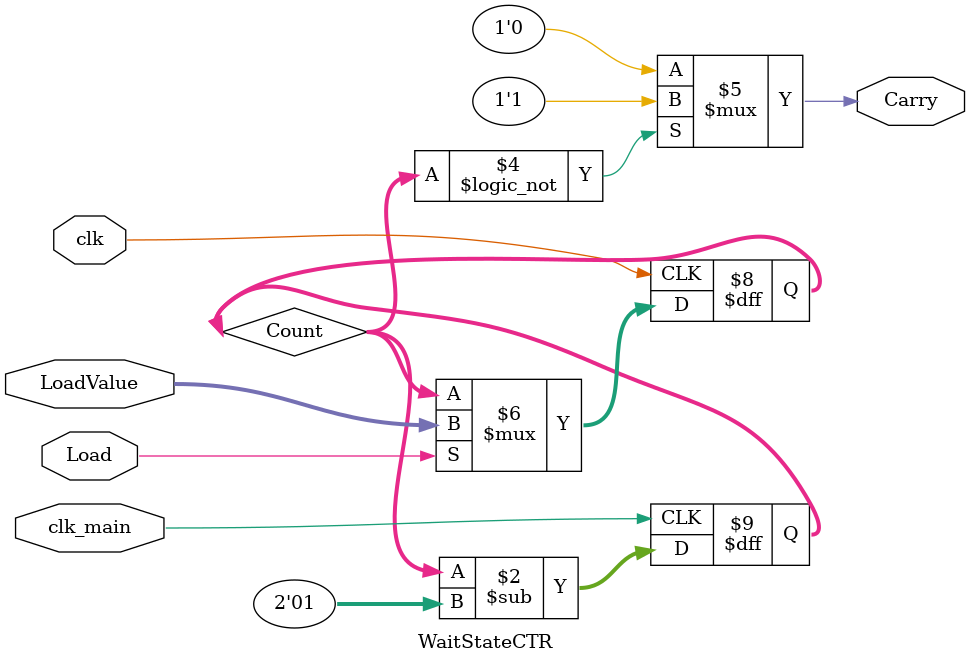
<source format=v>
module WaitStateCTR(
input clk,
input Load,
input [1:0] LoadValue,
input clk_main,
output Carry
);

reg [1:0] Count;

always@(posedge clk_main) begin
	Count <= Count -2'd1;
end

always@(posedge clk) begin
	if(Load)
		Count <= LoadValue;
end

assign Carry = (Count == 2'b0) ? 1'd1 : 1'd0;

endmodule

</source>
